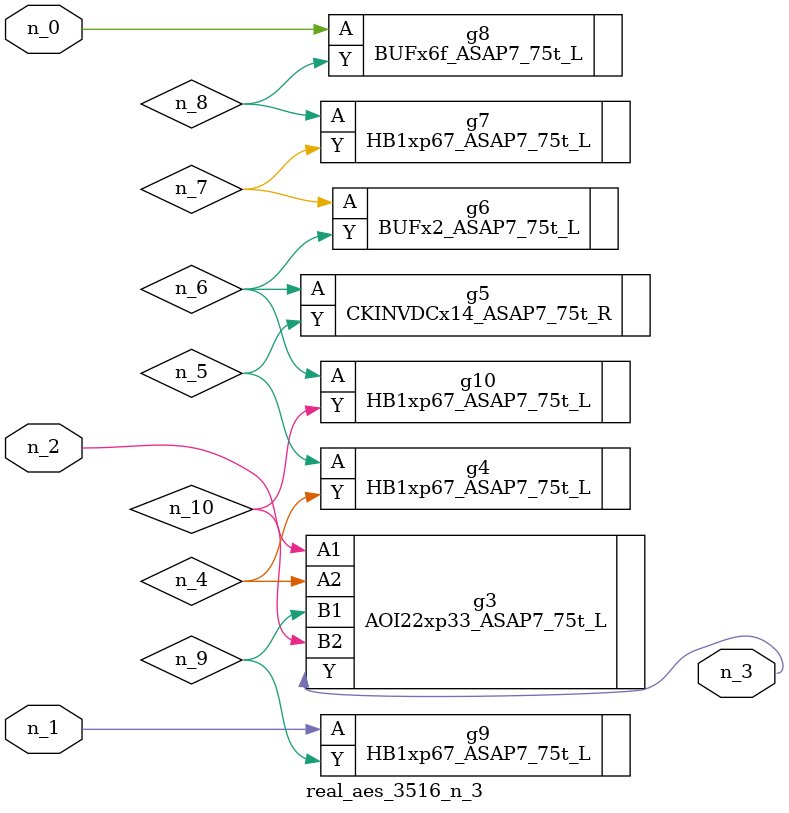
<source format=v>
module real_aes_3516_n_3 (n_0, n_2, n_1, n_3);
input n_0;
input n_2;
input n_1;
output n_3;
wire n_4;
wire n_5;
wire n_7;
wire n_9;
wire n_6;
wire n_8;
wire n_10;
BUFx6f_ASAP7_75t_L g8 ( .A(n_0), .Y(n_8) );
HB1xp67_ASAP7_75t_L g9 ( .A(n_1), .Y(n_9) );
AOI22xp33_ASAP7_75t_L g3 ( .A1(n_2), .A2(n_4), .B1(n_9), .B2(n_10), .Y(n_3) );
HB1xp67_ASAP7_75t_L g4 ( .A(n_5), .Y(n_4) );
CKINVDCx14_ASAP7_75t_R g5 ( .A(n_6), .Y(n_5) );
HB1xp67_ASAP7_75t_L g10 ( .A(n_6), .Y(n_10) );
BUFx2_ASAP7_75t_L g6 ( .A(n_7), .Y(n_6) );
HB1xp67_ASAP7_75t_L g7 ( .A(n_8), .Y(n_7) );
endmodule
</source>
